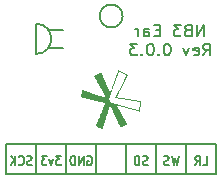
<source format=gbo>
G04 #@! TF.GenerationSoftware,KiCad,Pcbnew,8.0.2*
G04 #@! TF.CreationDate,2024-06-29T10:13:28+01:00*
G04 #@! TF.ProjectId,NB3_ear,4e42335f-6561-4722-9e6b-696361645f70,0.0.3*
G04 #@! TF.SameCoordinates,PX868b5c0PY6ee3738*
G04 #@! TF.FileFunction,Legend,Bot*
G04 #@! TF.FilePolarity,Positive*
%FSLAX46Y46*%
G04 Gerber Fmt 4.6, Leading zero omitted, Abs format (unit mm)*
G04 Created by KiCad (PCBNEW 8.0.2) date 2024-06-29 10:13:28*
%MOMM*%
%LPD*%
G01*
G04 APERTURE LIST*
%ADD10C,0.150000*%
%ADD11C,0.000000*%
G04 APERTURE END LIST*
D10*
X6190000Y5255000D02*
X6190000Y2715000D01*
X1110000Y5255000D02*
X18890000Y5255000D01*
X18890000Y2715000D01*
X1110000Y2715000D01*
X1110000Y5255000D01*
X13810000Y5255000D02*
X13810000Y2715000D01*
X3650000Y15415000D02*
G75*
G02*
X3650000Y12875000I0J-1270000D01*
G01*
X3650000Y12875000D02*
X3650000Y15415000D01*
X8730000Y5255000D02*
X8730000Y2715000D01*
X16350000Y5255000D02*
X16350000Y2715000D01*
X11270000Y5255000D02*
X11270000Y2715000D01*
X4666000Y14907000D02*
X5936000Y14907000D01*
X10966536Y16074000D02*
G75*
G02*
X9033464Y16074000I-966536J0D01*
G01*
X9033464Y16074000D02*
G75*
G02*
X10966536Y16074000I966536J0D01*
G01*
X4666000Y13383000D02*
X5936000Y13383000D01*
X3650000Y5255000D02*
X3650000Y2715000D01*
X3279999Y3485800D02*
X3179999Y3447705D01*
X3179999Y3447705D02*
X3013333Y3447705D01*
X3013333Y3447705D02*
X2946666Y3485800D01*
X2946666Y3485800D02*
X2913333Y3523896D01*
X2913333Y3523896D02*
X2879999Y3600086D01*
X2879999Y3600086D02*
X2879999Y3676277D01*
X2879999Y3676277D02*
X2913333Y3752467D01*
X2913333Y3752467D02*
X2946666Y3790562D01*
X2946666Y3790562D02*
X3013333Y3828658D01*
X3013333Y3828658D02*
X3146666Y3866753D01*
X3146666Y3866753D02*
X3213333Y3904848D01*
X3213333Y3904848D02*
X3246666Y3942943D01*
X3246666Y3942943D02*
X3279999Y4019134D01*
X3279999Y4019134D02*
X3279999Y4095324D01*
X3279999Y4095324D02*
X3246666Y4171515D01*
X3246666Y4171515D02*
X3213333Y4209610D01*
X3213333Y4209610D02*
X3146666Y4247705D01*
X3146666Y4247705D02*
X2979999Y4247705D01*
X2979999Y4247705D02*
X2879999Y4209610D01*
X2179999Y3523896D02*
X2213332Y3485800D01*
X2213332Y3485800D02*
X2313332Y3447705D01*
X2313332Y3447705D02*
X2379999Y3447705D01*
X2379999Y3447705D02*
X2479999Y3485800D01*
X2479999Y3485800D02*
X2546666Y3561991D01*
X2546666Y3561991D02*
X2579999Y3638181D01*
X2579999Y3638181D02*
X2613332Y3790562D01*
X2613332Y3790562D02*
X2613332Y3904848D01*
X2613332Y3904848D02*
X2579999Y4057229D01*
X2579999Y4057229D02*
X2546666Y4133420D01*
X2546666Y4133420D02*
X2479999Y4209610D01*
X2479999Y4209610D02*
X2379999Y4247705D01*
X2379999Y4247705D02*
X2313332Y4247705D01*
X2313332Y4247705D02*
X2213332Y4209610D01*
X2213332Y4209610D02*
X2179999Y4171515D01*
X1879999Y3447705D02*
X1879999Y4247705D01*
X1479999Y3447705D02*
X1779999Y3904848D01*
X1479999Y4247705D02*
X1879999Y3790562D01*
X5753333Y4247705D02*
X5319999Y4247705D01*
X5319999Y4247705D02*
X5553333Y3942943D01*
X5553333Y3942943D02*
X5453333Y3942943D01*
X5453333Y3942943D02*
X5386666Y3904848D01*
X5386666Y3904848D02*
X5353333Y3866753D01*
X5353333Y3866753D02*
X5319999Y3790562D01*
X5319999Y3790562D02*
X5319999Y3600086D01*
X5319999Y3600086D02*
X5353333Y3523896D01*
X5353333Y3523896D02*
X5386666Y3485800D01*
X5386666Y3485800D02*
X5453333Y3447705D01*
X5453333Y3447705D02*
X5653333Y3447705D01*
X5653333Y3447705D02*
X5719999Y3485800D01*
X5719999Y3485800D02*
X5753333Y3523896D01*
X5086666Y3981039D02*
X4919999Y3447705D01*
X4919999Y3447705D02*
X4753332Y3981039D01*
X4553333Y4247705D02*
X4119999Y4247705D01*
X4119999Y4247705D02*
X4353333Y3942943D01*
X4353333Y3942943D02*
X4253333Y3942943D01*
X4253333Y3942943D02*
X4186666Y3904848D01*
X4186666Y3904848D02*
X4153333Y3866753D01*
X4153333Y3866753D02*
X4119999Y3790562D01*
X4119999Y3790562D02*
X4119999Y3600086D01*
X4119999Y3600086D02*
X4153333Y3523896D01*
X4153333Y3523896D02*
X4186666Y3485800D01*
X4186666Y3485800D02*
X4253333Y3447705D01*
X4253333Y3447705D02*
X4453333Y3447705D01*
X4453333Y3447705D02*
X4519999Y3485800D01*
X4519999Y3485800D02*
X4553333Y3523896D01*
X17753333Y3447705D02*
X18086666Y3447705D01*
X18086666Y3447705D02*
X18086666Y4247705D01*
X17119999Y3447705D02*
X17353332Y3828658D01*
X17519999Y3447705D02*
X17519999Y4247705D01*
X17519999Y4247705D02*
X17253332Y4247705D01*
X17253332Y4247705D02*
X17186666Y4209610D01*
X17186666Y4209610D02*
X17153332Y4171515D01*
X17153332Y4171515D02*
X17119999Y4095324D01*
X17119999Y4095324D02*
X17119999Y3981039D01*
X17119999Y3981039D02*
X17153332Y3904848D01*
X17153332Y3904848D02*
X17186666Y3866753D01*
X17186666Y3866753D02*
X17253332Y3828658D01*
X17253332Y3828658D02*
X17519999Y3828658D01*
X13089999Y3485800D02*
X12989999Y3447705D01*
X12989999Y3447705D02*
X12823333Y3447705D01*
X12823333Y3447705D02*
X12756666Y3485800D01*
X12756666Y3485800D02*
X12723333Y3523896D01*
X12723333Y3523896D02*
X12689999Y3600086D01*
X12689999Y3600086D02*
X12689999Y3676277D01*
X12689999Y3676277D02*
X12723333Y3752467D01*
X12723333Y3752467D02*
X12756666Y3790562D01*
X12756666Y3790562D02*
X12823333Y3828658D01*
X12823333Y3828658D02*
X12956666Y3866753D01*
X12956666Y3866753D02*
X13023333Y3904848D01*
X13023333Y3904848D02*
X13056666Y3942943D01*
X13056666Y3942943D02*
X13089999Y4019134D01*
X13089999Y4019134D02*
X13089999Y4095324D01*
X13089999Y4095324D02*
X13056666Y4171515D01*
X13056666Y4171515D02*
X13023333Y4209610D01*
X13023333Y4209610D02*
X12956666Y4247705D01*
X12956666Y4247705D02*
X12789999Y4247705D01*
X12789999Y4247705D02*
X12689999Y4209610D01*
X12389999Y3447705D02*
X12389999Y4247705D01*
X12389999Y4247705D02*
X12223332Y4247705D01*
X12223332Y4247705D02*
X12123332Y4209610D01*
X12123332Y4209610D02*
X12056666Y4133420D01*
X12056666Y4133420D02*
X12023332Y4057229D01*
X12023332Y4057229D02*
X11989999Y3904848D01*
X11989999Y3904848D02*
X11989999Y3790562D01*
X11989999Y3790562D02*
X12023332Y3638181D01*
X12023332Y3638181D02*
X12056666Y3561991D01*
X12056666Y3561991D02*
X12123332Y3485800D01*
X12123332Y3485800D02*
X12223332Y3447705D01*
X12223332Y3447705D02*
X12389999Y3447705D01*
X17857142Y14350153D02*
X17857142Y15350153D01*
X17857142Y15350153D02*
X17285714Y14350153D01*
X17285714Y14350153D02*
X17285714Y15350153D01*
X16476190Y14873963D02*
X16333333Y14826344D01*
X16333333Y14826344D02*
X16285714Y14778725D01*
X16285714Y14778725D02*
X16238095Y14683487D01*
X16238095Y14683487D02*
X16238095Y14540630D01*
X16238095Y14540630D02*
X16285714Y14445392D01*
X16285714Y14445392D02*
X16333333Y14397772D01*
X16333333Y14397772D02*
X16428571Y14350153D01*
X16428571Y14350153D02*
X16809523Y14350153D01*
X16809523Y14350153D02*
X16809523Y15350153D01*
X16809523Y15350153D02*
X16476190Y15350153D01*
X16476190Y15350153D02*
X16380952Y15302534D01*
X16380952Y15302534D02*
X16333333Y15254915D01*
X16333333Y15254915D02*
X16285714Y15159677D01*
X16285714Y15159677D02*
X16285714Y15064439D01*
X16285714Y15064439D02*
X16333333Y14969201D01*
X16333333Y14969201D02*
X16380952Y14921582D01*
X16380952Y14921582D02*
X16476190Y14873963D01*
X16476190Y14873963D02*
X16809523Y14873963D01*
X15904761Y15350153D02*
X15285714Y15350153D01*
X15285714Y15350153D02*
X15619047Y14969201D01*
X15619047Y14969201D02*
X15476190Y14969201D01*
X15476190Y14969201D02*
X15380952Y14921582D01*
X15380952Y14921582D02*
X15333333Y14873963D01*
X15333333Y14873963D02*
X15285714Y14778725D01*
X15285714Y14778725D02*
X15285714Y14540630D01*
X15285714Y14540630D02*
X15333333Y14445392D01*
X15333333Y14445392D02*
X15380952Y14397772D01*
X15380952Y14397772D02*
X15476190Y14350153D01*
X15476190Y14350153D02*
X15761904Y14350153D01*
X15761904Y14350153D02*
X15857142Y14397772D01*
X15857142Y14397772D02*
X15904761Y14445392D01*
X14095237Y14873963D02*
X13761904Y14873963D01*
X13619047Y14350153D02*
X14095237Y14350153D01*
X14095237Y14350153D02*
X14095237Y15350153D01*
X14095237Y15350153D02*
X13619047Y15350153D01*
X12761904Y14350153D02*
X12761904Y14873963D01*
X12761904Y14873963D02*
X12809523Y14969201D01*
X12809523Y14969201D02*
X12904761Y15016820D01*
X12904761Y15016820D02*
X13095237Y15016820D01*
X13095237Y15016820D02*
X13190475Y14969201D01*
X12761904Y14397772D02*
X12857142Y14350153D01*
X12857142Y14350153D02*
X13095237Y14350153D01*
X13095237Y14350153D02*
X13190475Y14397772D01*
X13190475Y14397772D02*
X13238094Y14493011D01*
X13238094Y14493011D02*
X13238094Y14588249D01*
X13238094Y14588249D02*
X13190475Y14683487D01*
X13190475Y14683487D02*
X13095237Y14731106D01*
X13095237Y14731106D02*
X12857142Y14731106D01*
X12857142Y14731106D02*
X12761904Y14778725D01*
X12285713Y14350153D02*
X12285713Y15016820D01*
X12285713Y14826344D02*
X12238094Y14921582D01*
X12238094Y14921582D02*
X12190475Y14969201D01*
X12190475Y14969201D02*
X12095237Y15016820D01*
X12095237Y15016820D02*
X11999999Y15016820D01*
X17785714Y12740209D02*
X18119047Y13216400D01*
X18357142Y12740209D02*
X18357142Y13740209D01*
X18357142Y13740209D02*
X17976190Y13740209D01*
X17976190Y13740209D02*
X17880952Y13692590D01*
X17880952Y13692590D02*
X17833333Y13644971D01*
X17833333Y13644971D02*
X17785714Y13549733D01*
X17785714Y13549733D02*
X17785714Y13406876D01*
X17785714Y13406876D02*
X17833333Y13311638D01*
X17833333Y13311638D02*
X17880952Y13264019D01*
X17880952Y13264019D02*
X17976190Y13216400D01*
X17976190Y13216400D02*
X18357142Y13216400D01*
X16976190Y12787828D02*
X17071428Y12740209D01*
X17071428Y12740209D02*
X17261904Y12740209D01*
X17261904Y12740209D02*
X17357142Y12787828D01*
X17357142Y12787828D02*
X17404761Y12883067D01*
X17404761Y12883067D02*
X17404761Y13264019D01*
X17404761Y13264019D02*
X17357142Y13359257D01*
X17357142Y13359257D02*
X17261904Y13406876D01*
X17261904Y13406876D02*
X17071428Y13406876D01*
X17071428Y13406876D02*
X16976190Y13359257D01*
X16976190Y13359257D02*
X16928571Y13264019D01*
X16928571Y13264019D02*
X16928571Y13168781D01*
X16928571Y13168781D02*
X17404761Y13073543D01*
X16595237Y13406876D02*
X16357142Y12740209D01*
X16357142Y12740209D02*
X16119047Y13406876D01*
X14785713Y13740209D02*
X14690475Y13740209D01*
X14690475Y13740209D02*
X14595237Y13692590D01*
X14595237Y13692590D02*
X14547618Y13644971D01*
X14547618Y13644971D02*
X14499999Y13549733D01*
X14499999Y13549733D02*
X14452380Y13359257D01*
X14452380Y13359257D02*
X14452380Y13121162D01*
X14452380Y13121162D02*
X14499999Y12930686D01*
X14499999Y12930686D02*
X14547618Y12835448D01*
X14547618Y12835448D02*
X14595237Y12787828D01*
X14595237Y12787828D02*
X14690475Y12740209D01*
X14690475Y12740209D02*
X14785713Y12740209D01*
X14785713Y12740209D02*
X14880951Y12787828D01*
X14880951Y12787828D02*
X14928570Y12835448D01*
X14928570Y12835448D02*
X14976189Y12930686D01*
X14976189Y12930686D02*
X15023808Y13121162D01*
X15023808Y13121162D02*
X15023808Y13359257D01*
X15023808Y13359257D02*
X14976189Y13549733D01*
X14976189Y13549733D02*
X14928570Y13644971D01*
X14928570Y13644971D02*
X14880951Y13692590D01*
X14880951Y13692590D02*
X14785713Y13740209D01*
X14023808Y12835448D02*
X13976189Y12787828D01*
X13976189Y12787828D02*
X14023808Y12740209D01*
X14023808Y12740209D02*
X14071427Y12787828D01*
X14071427Y12787828D02*
X14023808Y12835448D01*
X14023808Y12835448D02*
X14023808Y12740209D01*
X13357142Y13740209D02*
X13261904Y13740209D01*
X13261904Y13740209D02*
X13166666Y13692590D01*
X13166666Y13692590D02*
X13119047Y13644971D01*
X13119047Y13644971D02*
X13071428Y13549733D01*
X13071428Y13549733D02*
X13023809Y13359257D01*
X13023809Y13359257D02*
X13023809Y13121162D01*
X13023809Y13121162D02*
X13071428Y12930686D01*
X13071428Y12930686D02*
X13119047Y12835448D01*
X13119047Y12835448D02*
X13166666Y12787828D01*
X13166666Y12787828D02*
X13261904Y12740209D01*
X13261904Y12740209D02*
X13357142Y12740209D01*
X13357142Y12740209D02*
X13452380Y12787828D01*
X13452380Y12787828D02*
X13499999Y12835448D01*
X13499999Y12835448D02*
X13547618Y12930686D01*
X13547618Y12930686D02*
X13595237Y13121162D01*
X13595237Y13121162D02*
X13595237Y13359257D01*
X13595237Y13359257D02*
X13547618Y13549733D01*
X13547618Y13549733D02*
X13499999Y13644971D01*
X13499999Y13644971D02*
X13452380Y13692590D01*
X13452380Y13692590D02*
X13357142Y13740209D01*
X12595237Y12835448D02*
X12547618Y12787828D01*
X12547618Y12787828D02*
X12595237Y12740209D01*
X12595237Y12740209D02*
X12642856Y12787828D01*
X12642856Y12787828D02*
X12595237Y12835448D01*
X12595237Y12835448D02*
X12595237Y12740209D01*
X12214285Y13740209D02*
X11595238Y13740209D01*
X11595238Y13740209D02*
X11928571Y13359257D01*
X11928571Y13359257D02*
X11785714Y13359257D01*
X11785714Y13359257D02*
X11690476Y13311638D01*
X11690476Y13311638D02*
X11642857Y13264019D01*
X11642857Y13264019D02*
X11595238Y13168781D01*
X11595238Y13168781D02*
X11595238Y12930686D01*
X11595238Y12930686D02*
X11642857Y12835448D01*
X11642857Y12835448D02*
X11690476Y12787828D01*
X11690476Y12787828D02*
X11785714Y12740209D01*
X11785714Y12740209D02*
X12071428Y12740209D01*
X12071428Y12740209D02*
X12166666Y12787828D01*
X12166666Y12787828D02*
X12214285Y12835448D01*
X15713333Y4247705D02*
X15546666Y3447705D01*
X15546666Y3447705D02*
X15413333Y4019134D01*
X15413333Y4019134D02*
X15279999Y3447705D01*
X15279999Y3447705D02*
X15113333Y4247705D01*
X14879999Y3485800D02*
X14779999Y3447705D01*
X14779999Y3447705D02*
X14613333Y3447705D01*
X14613333Y3447705D02*
X14546666Y3485800D01*
X14546666Y3485800D02*
X14513333Y3523896D01*
X14513333Y3523896D02*
X14479999Y3600086D01*
X14479999Y3600086D02*
X14479999Y3676277D01*
X14479999Y3676277D02*
X14513333Y3752467D01*
X14513333Y3752467D02*
X14546666Y3790562D01*
X14546666Y3790562D02*
X14613333Y3828658D01*
X14613333Y3828658D02*
X14746666Y3866753D01*
X14746666Y3866753D02*
X14813333Y3904848D01*
X14813333Y3904848D02*
X14846666Y3942943D01*
X14846666Y3942943D02*
X14879999Y4019134D01*
X14879999Y4019134D02*
X14879999Y4095324D01*
X14879999Y4095324D02*
X14846666Y4171515D01*
X14846666Y4171515D02*
X14813333Y4209610D01*
X14813333Y4209610D02*
X14746666Y4247705D01*
X14746666Y4247705D02*
X14579999Y4247705D01*
X14579999Y4247705D02*
X14479999Y4209610D01*
X7993332Y4209610D02*
X8059999Y4247705D01*
X8059999Y4247705D02*
X8159999Y4247705D01*
X8159999Y4247705D02*
X8259999Y4209610D01*
X8259999Y4209610D02*
X8326666Y4133420D01*
X8326666Y4133420D02*
X8359999Y4057229D01*
X8359999Y4057229D02*
X8393332Y3904848D01*
X8393332Y3904848D02*
X8393332Y3790562D01*
X8393332Y3790562D02*
X8359999Y3638181D01*
X8359999Y3638181D02*
X8326666Y3561991D01*
X8326666Y3561991D02*
X8259999Y3485800D01*
X8259999Y3485800D02*
X8159999Y3447705D01*
X8159999Y3447705D02*
X8093332Y3447705D01*
X8093332Y3447705D02*
X7993332Y3485800D01*
X7993332Y3485800D02*
X7959999Y3523896D01*
X7959999Y3523896D02*
X7959999Y3790562D01*
X7959999Y3790562D02*
X8093332Y3790562D01*
X7659999Y3447705D02*
X7659999Y4247705D01*
X7659999Y4247705D02*
X7259999Y3447705D01*
X7259999Y3447705D02*
X7259999Y4247705D01*
X6926666Y3447705D02*
X6926666Y4247705D01*
X6926666Y4247705D02*
X6759999Y4247705D01*
X6759999Y4247705D02*
X6659999Y4209610D01*
X6659999Y4209610D02*
X6593333Y4133420D01*
X6593333Y4133420D02*
X6559999Y4057229D01*
X6559999Y4057229D02*
X6526666Y3904848D01*
X6526666Y3904848D02*
X6526666Y3790562D01*
X6526666Y3790562D02*
X6559999Y3638181D01*
X6559999Y3638181D02*
X6593333Y3561991D01*
X6593333Y3561991D02*
X6659999Y3485800D01*
X6659999Y3485800D02*
X6759999Y3447705D01*
X6759999Y3447705D02*
X6926666Y3447705D01*
D11*
G36*
X12542656Y8772063D02*
G01*
X12536209Y8733720D01*
X12528943Y8690704D01*
X12520989Y8643786D01*
X12512479Y8593735D01*
X12503546Y8541319D01*
X12494321Y8487309D01*
X12484935Y8432473D01*
X12475521Y8377581D01*
X12466211Y8323402D01*
X12457136Y8270705D01*
X12448428Y8220260D01*
X12440219Y8172836D01*
X12432640Y8129203D01*
X12425825Y8090129D01*
X12419903Y8056384D01*
X12415008Y8028738D01*
X12411271Y8007959D01*
X12408824Y7994816D01*
X12407798Y7990080D01*
X12407719Y7990089D01*
X12402139Y7991564D01*
X12388051Y7995460D01*
X12365864Y8001661D01*
X12335985Y8010052D01*
X12298821Y8020517D01*
X12254781Y8032941D01*
X12204271Y8047210D01*
X12147700Y8063206D01*
X12085476Y8080816D01*
X12018006Y8099923D01*
X11945697Y8120412D01*
X11868958Y8142169D01*
X11788196Y8165077D01*
X11703818Y8189021D01*
X11616234Y8213885D01*
X11525849Y8239556D01*
X11433072Y8265916D01*
X11421467Y8269214D01*
X11328966Y8295495D01*
X11238910Y8321072D01*
X11151705Y8345830D01*
X11067760Y8369653D01*
X10987481Y8392426D01*
X10911277Y8414034D01*
X10839555Y8434360D01*
X10772722Y8453291D01*
X10711186Y8470710D01*
X10655356Y8486502D01*
X10605637Y8500552D01*
X10562439Y8512744D01*
X10526168Y8522963D01*
X10497232Y8531093D01*
X10476039Y8537020D01*
X10462997Y8540627D01*
X10458512Y8541800D01*
X10458913Y8541017D01*
X10463095Y8533603D01*
X10471640Y8518675D01*
X10484327Y8496615D01*
X10500936Y8467805D01*
X10521245Y8432628D01*
X10545033Y8391464D01*
X10572079Y8344697D01*
X10602162Y8292708D01*
X10635061Y8235879D01*
X10670554Y8174593D01*
X10708421Y8109231D01*
X10748440Y8040175D01*
X10790391Y7967809D01*
X10834052Y7892513D01*
X10879202Y7814669D01*
X10925620Y7734661D01*
X10945636Y7700163D01*
X10991554Y7621004D01*
X11036117Y7544161D01*
X11079101Y7470015D01*
X11120286Y7398950D01*
X11159450Y7331350D01*
X11196371Y7267596D01*
X11230827Y7208074D01*
X11262598Y7153164D01*
X11291462Y7103251D01*
X11317196Y7058717D01*
X11339579Y7019946D01*
X11358390Y6987320D01*
X11373407Y6961223D01*
X11384409Y6942038D01*
X11391174Y6930147D01*
X11393479Y6925935D01*
X11392622Y6925315D01*
X11385064Y6921087D01*
X11370367Y6913254D01*
X11349343Y6902229D01*
X11322799Y6888426D01*
X11291546Y6872258D01*
X11256391Y6854137D01*
X11218146Y6834478D01*
X11177618Y6813693D01*
X11135617Y6792196D01*
X11092953Y6770400D01*
X11050434Y6748718D01*
X11008870Y6727563D01*
X10969071Y6707348D01*
X10931844Y6688488D01*
X10898001Y6671394D01*
X10868349Y6656481D01*
X10843698Y6644161D01*
X10824858Y6634848D01*
X10812637Y6628955D01*
X10807845Y6626894D01*
X10807839Y6626897D01*
X10805611Y6631232D01*
X10799667Y6643551D01*
X10790219Y6663397D01*
X10777483Y6690312D01*
X10761669Y6723840D01*
X10742993Y6763524D01*
X10721667Y6808908D01*
X10697905Y6859536D01*
X10671919Y6914949D01*
X10643923Y6974692D01*
X10614130Y7038309D01*
X10582753Y7105342D01*
X10550006Y7175334D01*
X10516102Y7247830D01*
X10481254Y7322372D01*
X10445675Y7398503D01*
X10409579Y7475768D01*
X10373179Y7553709D01*
X10336687Y7631870D01*
X10300318Y7709794D01*
X10264285Y7787025D01*
X10228800Y7863105D01*
X10194077Y7937578D01*
X10160330Y8009988D01*
X10127771Y8079878D01*
X10096613Y8146790D01*
X10067071Y8210270D01*
X10039356Y8269859D01*
X10013684Y8325101D01*
X9990265Y8375539D01*
X9969315Y8420717D01*
X9951046Y8460179D01*
X9935671Y8493467D01*
X9923404Y8520124D01*
X9914458Y8539695D01*
X9909046Y8551723D01*
X9908247Y8551876D01*
X9906646Y8549518D01*
X9904192Y8544209D01*
X9900783Y8535636D01*
X9896321Y8523485D01*
X9890703Y8507444D01*
X9883830Y8487200D01*
X9875602Y8462438D01*
X9865916Y8432845D01*
X9854674Y8398110D01*
X9841775Y8357917D01*
X9827117Y8311955D01*
X9810602Y8259909D01*
X9792127Y8201467D01*
X9771593Y8136316D01*
X9748899Y8064141D01*
X9723945Y7984631D01*
X9696630Y7897471D01*
X9666854Y7802348D01*
X9634515Y7698950D01*
X9599515Y7586963D01*
X9596768Y7578173D01*
X9567649Y7484980D01*
X9539137Y7393738D01*
X9511369Y7304880D01*
X9484480Y7218841D01*
X9458605Y7136054D01*
X9433882Y7056955D01*
X9410444Y6981977D01*
X9388429Y6911554D01*
X9367972Y6846120D01*
X9349208Y6786111D01*
X9332274Y6731959D01*
X9317304Y6684099D01*
X9304436Y6642966D01*
X9293804Y6608992D01*
X9285544Y6582614D01*
X9279792Y6564264D01*
X9276684Y6554377D01*
X9275546Y6550786D01*
X9268745Y6529878D01*
X9262927Y6512881D01*
X9258679Y6501462D01*
X9256587Y6497285D01*
X9256499Y6497303D01*
X9251143Y6499607D01*
X9238295Y6505501D01*
X9218793Y6514586D01*
X9193473Y6526463D01*
X9163172Y6540736D01*
X9128727Y6557005D01*
X9090975Y6574873D01*
X9050752Y6593941D01*
X9008896Y6613812D01*
X8966244Y6634087D01*
X8923633Y6654369D01*
X8881899Y6674259D01*
X8841879Y6693360D01*
X8804410Y6711272D01*
X8770330Y6727599D01*
X8740474Y6741942D01*
X8715681Y6753903D01*
X8696786Y6763084D01*
X8684628Y6769086D01*
X8680042Y6771513D01*
X8680304Y6772628D01*
X8683476Y6781113D01*
X8690066Y6797607D01*
X8699913Y6821726D01*
X8712856Y6853087D01*
X8728734Y6891306D01*
X8747386Y6936001D01*
X8768651Y6986789D01*
X8792367Y7043286D01*
X8818373Y7105110D01*
X8846510Y7171876D01*
X8876614Y7243203D01*
X8908526Y7318706D01*
X8942083Y7398003D01*
X8977126Y7480711D01*
X9013493Y7566446D01*
X9051023Y7654825D01*
X9089554Y7745466D01*
X9108070Y7789008D01*
X9146148Y7878608D01*
X9183153Y7965759D01*
X9218925Y8050078D01*
X9253302Y8131181D01*
X9286122Y8208687D01*
X9317224Y8282213D01*
X9346447Y8351374D01*
X9373629Y8415790D01*
X9398609Y8475076D01*
X9421226Y8528850D01*
X9441317Y8576729D01*
X9458723Y8618331D01*
X9473281Y8653272D01*
X9484830Y8681169D01*
X9493209Y8701640D01*
X9498256Y8714302D01*
X9499810Y8718772D01*
X9498732Y8719106D01*
X9489948Y8721306D01*
X9472671Y8725447D01*
X9447307Y8731435D01*
X9414262Y8739178D01*
X9373943Y8748580D01*
X9326754Y8759549D01*
X9273103Y8771990D01*
X9213395Y8785809D01*
X9148036Y8800913D01*
X9077432Y8817208D01*
X9001988Y8834600D01*
X8922112Y8852995D01*
X8838209Y8872299D01*
X8750685Y8892419D01*
X8659945Y8913260D01*
X8566397Y8934729D01*
X8470445Y8956731D01*
X8426069Y8966905D01*
X8331147Y8988686D01*
X8238805Y9009897D01*
X8149451Y9030444D01*
X8063490Y9050234D01*
X7981329Y9069172D01*
X7903375Y9087164D01*
X7897114Y9088611D01*
X9817982Y9088611D01*
X9898055Y8932086D01*
X9899660Y8928949D01*
X9917868Y8893535D01*
X9934958Y8860585D01*
X9950414Y8831074D01*
X9963720Y8805977D01*
X9974358Y8786269D01*
X9981813Y8772923D01*
X9985568Y8766916D01*
X9986176Y8766494D01*
X9991978Y8764123D01*
X10003865Y8760073D01*
X10022009Y8754295D01*
X10046580Y8746741D01*
X10077746Y8737360D01*
X10115678Y8726104D01*
X10160546Y8712924D01*
X10212520Y8697770D01*
X10271770Y8680592D01*
X10338466Y8661343D01*
X10412778Y8639973D01*
X10494875Y8616432D01*
X10584928Y8590671D01*
X10683107Y8562641D01*
X10789581Y8532294D01*
X10904521Y8499579D01*
X11028096Y8464447D01*
X11160477Y8426850D01*
X11235569Y8405533D01*
X11335689Y8377110D01*
X11433221Y8349421D01*
X11527789Y8322573D01*
X11619019Y8296671D01*
X11706535Y8271824D01*
X11789962Y8248136D01*
X11868925Y8225716D01*
X11943048Y8204669D01*
X12011956Y8185101D01*
X12075275Y8167120D01*
X12132628Y8150832D01*
X12183641Y8136344D01*
X12227939Y8123761D01*
X12265145Y8113191D01*
X12294886Y8104741D01*
X12316786Y8098516D01*
X12330469Y8094623D01*
X12335560Y8093169D01*
X12341095Y8093548D01*
X12345687Y8101537D01*
X12346710Y8106200D01*
X12349712Y8121467D01*
X12353872Y8143957D01*
X12359046Y8172808D01*
X12365090Y8207154D01*
X12371859Y8246133D01*
X12379209Y8288881D01*
X12386996Y8334534D01*
X12395075Y8382228D01*
X12403303Y8431101D01*
X12411534Y8480288D01*
X12419625Y8528925D01*
X12427431Y8576150D01*
X12434808Y8621098D01*
X12441611Y8662905D01*
X12447697Y8700709D01*
X12452921Y8733646D01*
X12457138Y8760851D01*
X12460205Y8781462D01*
X12461977Y8794615D01*
X12462309Y8799445D01*
X12462054Y8799578D01*
X12455374Y8801170D01*
X12440527Y8804006D01*
X12418407Y8807935D01*
X12389911Y8812807D01*
X12355934Y8818469D01*
X12317372Y8824770D01*
X12275120Y8831560D01*
X12230074Y8838686D01*
X12140994Y8852677D01*
X12038557Y8868783D01*
X11935460Y8885010D01*
X11832117Y8901292D01*
X11728936Y8917564D01*
X11626331Y8933761D01*
X11524711Y8949817D01*
X11424488Y8965666D01*
X11326072Y8981244D01*
X11229876Y8996486D01*
X11136310Y9011325D01*
X11045785Y9025696D01*
X10958713Y9039534D01*
X10875504Y9052774D01*
X10796569Y9065349D01*
X10722321Y9077196D01*
X10653169Y9088248D01*
X10589525Y9098440D01*
X10531800Y9107707D01*
X10480405Y9115983D01*
X10435751Y9123203D01*
X10398250Y9129301D01*
X10368312Y9134213D01*
X10346349Y9137872D01*
X10332771Y9140214D01*
X10327990Y9141172D01*
X10328752Y9143133D01*
X10333296Y9152762D01*
X10341759Y9170088D01*
X10353957Y9194745D01*
X10369704Y9226366D01*
X10388817Y9264582D01*
X10411108Y9309029D01*
X10436395Y9359337D01*
X10464492Y9415141D01*
X10495213Y9476074D01*
X10528374Y9541767D01*
X10563790Y9611856D01*
X10601276Y9685971D01*
X10640647Y9763747D01*
X10681718Y9844816D01*
X10724304Y9928812D01*
X10768220Y10015366D01*
X10813281Y10104114D01*
X10843047Y10162729D01*
X10887396Y10250121D01*
X10930484Y10335096D01*
X10972127Y10417287D01*
X11012139Y10496326D01*
X11050334Y10571844D01*
X11086527Y10643473D01*
X11120532Y10710844D01*
X11152165Y10773591D01*
X11181239Y10831344D01*
X11207569Y10883735D01*
X11230970Y10930396D01*
X11251256Y10970959D01*
X11268241Y11005056D01*
X11281742Y11032318D01*
X11291571Y11052378D01*
X11297543Y11064866D01*
X11299473Y11069416D01*
X11298713Y11070034D01*
X11291290Y11074250D01*
X11276604Y11081975D01*
X11255434Y11092825D01*
X11228562Y11106418D01*
X11196766Y11122370D01*
X11160828Y11140298D01*
X11121529Y11159819D01*
X11079647Y11180550D01*
X11035965Y11202107D01*
X10991261Y11224107D01*
X10946317Y11246167D01*
X10901913Y11267904D01*
X10858829Y11288934D01*
X10817846Y11308874D01*
X10779744Y11327342D01*
X10745303Y11343953D01*
X10715303Y11358324D01*
X10690526Y11370073D01*
X10671751Y11378816D01*
X10659758Y11384170D01*
X10655329Y11385751D01*
X10654189Y11382812D01*
X10650001Y11371541D01*
X10642864Y11352166D01*
X10632911Y11325051D01*
X10620275Y11290557D01*
X10605089Y11249048D01*
X10587483Y11200888D01*
X10567592Y11146438D01*
X10545548Y11086062D01*
X10521483Y11020124D01*
X10495529Y10948985D01*
X10467820Y10873010D01*
X10438487Y10792561D01*
X10407663Y10708001D01*
X10375480Y10619692D01*
X10342071Y10528000D01*
X10307569Y10433285D01*
X10272106Y10335911D01*
X10235815Y10236241D01*
X9817982Y9088611D01*
X7897114Y9088611D01*
X7830035Y9104115D01*
X7761715Y9119932D01*
X7698822Y9134519D01*
X7641763Y9147784D01*
X7590944Y9159630D01*
X7546771Y9169965D01*
X7509652Y9178694D01*
X7479993Y9185722D01*
X7458201Y9190955D01*
X7444682Y9194300D01*
X7439843Y9195661D01*
X7439807Y9195723D01*
X7440215Y9201294D01*
X7442179Y9215045D01*
X7445533Y9236067D01*
X7450110Y9263447D01*
X7455746Y9296275D01*
X7462273Y9333639D01*
X7469525Y9374629D01*
X7477336Y9418332D01*
X7485541Y9463838D01*
X7493972Y9510236D01*
X7502464Y9556615D01*
X7510851Y9602063D01*
X7518966Y9645669D01*
X7526643Y9686522D01*
X7533717Y9723712D01*
X7540020Y9756326D01*
X7545387Y9783454D01*
X7549652Y9804185D01*
X7552649Y9817607D01*
X7554210Y9822810D01*
X7556479Y9822267D01*
X7566967Y9819050D01*
X7585627Y9813076D01*
X7612072Y9804472D01*
X7645911Y9793371D01*
X7686754Y9779900D01*
X7734213Y9764190D01*
X7787898Y9746370D01*
X7847419Y9726571D01*
X7912386Y9704921D01*
X7982412Y9681551D01*
X8057105Y9656590D01*
X8136077Y9630168D01*
X8218937Y9602415D01*
X8305298Y9573460D01*
X8394768Y9543433D01*
X8486959Y9512464D01*
X8581482Y9480683D01*
X8647504Y9458475D01*
X8740409Y9427232D01*
X8830695Y9396877D01*
X8917973Y9367540D01*
X9001856Y9339352D01*
X9081955Y9312443D01*
X9157880Y9286943D01*
X9229245Y9262983D01*
X9295660Y9240693D01*
X9356737Y9220203D01*
X9412088Y9201644D01*
X9461323Y9185146D01*
X9504055Y9170839D01*
X9539896Y9158854D01*
X9568456Y9149320D01*
X9589347Y9142370D01*
X9602181Y9138132D01*
X9606569Y9136737D01*
X9605816Y9138161D01*
X9601038Y9146836D01*
X9592028Y9163074D01*
X9578987Y9186516D01*
X9562117Y9216801D01*
X9541617Y9253570D01*
X9517690Y9296461D01*
X9490536Y9345115D01*
X9460357Y9399172D01*
X9427353Y9458272D01*
X9391726Y9522054D01*
X9353677Y9590158D01*
X9313406Y9662225D01*
X9271116Y9737894D01*
X9227007Y9816805D01*
X9181280Y9898597D01*
X9134136Y9982912D01*
X9085777Y10069388D01*
X9057393Y10120154D01*
X9009744Y10205443D01*
X8963453Y10288382D01*
X8918720Y10368609D01*
X8875746Y10445762D01*
X8834730Y10519481D01*
X8795873Y10589405D01*
X8759373Y10655172D01*
X8725432Y10716420D01*
X8694249Y10772789D01*
X8666024Y10823918D01*
X8640957Y10869444D01*
X8619248Y10909008D01*
X8601096Y10942246D01*
X8586703Y10968799D01*
X8576268Y10988305D01*
X8569990Y11000403D01*
X8568070Y11004731D01*
X8568668Y11005135D01*
X8575740Y11009042D01*
X8590028Y11016602D01*
X8610717Y11027398D01*
X8636991Y11041013D01*
X8668033Y11057031D01*
X8703029Y11075035D01*
X8741161Y11094609D01*
X8781613Y11115335D01*
X8823570Y11136797D01*
X8866215Y11158579D01*
X8908732Y11180264D01*
X8950305Y11201435D01*
X8990118Y11221676D01*
X9027354Y11240569D01*
X9061199Y11257699D01*
X9090835Y11272649D01*
X9115447Y11285002D01*
X9134218Y11294341D01*
X9146332Y11300250D01*
X9150974Y11302312D01*
X9151421Y11301612D01*
X9155115Y11294076D01*
X9162353Y11278597D01*
X9172954Y11255577D01*
X9186734Y11225420D01*
X9203512Y11188530D01*
X9223105Y11145311D01*
X9245333Y11096165D01*
X9270012Y11041497D01*
X9296960Y10981709D01*
X9325996Y10917206D01*
X9356938Y10848390D01*
X9389603Y10775665D01*
X9423809Y10699436D01*
X9459375Y10620104D01*
X9496118Y10538074D01*
X9533856Y10453749D01*
X9549213Y10419421D01*
X9586574Y10335945D01*
X9622862Y10254911D01*
X9657895Y10176723D01*
X9691490Y10101787D01*
X9723467Y10030507D01*
X9753644Y9963287D01*
X9781837Y9900532D01*
X9807866Y9842646D01*
X9831548Y9790035D01*
X9852701Y9743101D01*
X9871144Y9702251D01*
X9886694Y9667889D01*
X9899170Y9640418D01*
X9908389Y9620245D01*
X9914170Y9607772D01*
X9916331Y9603405D01*
X9916356Y9603413D01*
X9918407Y9608123D01*
X9923484Y9621169D01*
X9931439Y9642153D01*
X9942127Y9670677D01*
X9955401Y9706342D01*
X9971115Y9748750D01*
X9989121Y9797503D01*
X10009275Y9852202D01*
X10031428Y9912449D01*
X10055435Y9977845D01*
X10081149Y10047993D01*
X10108424Y10122494D01*
X10137112Y10200948D01*
X10167069Y10282959D01*
X10198147Y10368128D01*
X10230199Y10456056D01*
X10263079Y10546345D01*
X10264960Y10551511D01*
X10297818Y10641756D01*
X10329842Y10729662D01*
X10360886Y10814827D01*
X10390802Y10896851D01*
X10419444Y10975332D01*
X10446664Y11049868D01*
X10472315Y11120059D01*
X10496251Y11185503D01*
X10518325Y11245799D01*
X10538390Y11300545D01*
X10556299Y11349340D01*
X10571905Y11391783D01*
X10585060Y11427472D01*
X10595619Y11456006D01*
X10603434Y11476985D01*
X10608358Y11490005D01*
X10610245Y11494667D01*
X10610743Y11494646D01*
X10617650Y11492009D01*
X10632168Y11485616D01*
X10653717Y11475745D01*
X10681714Y11462672D01*
X10715576Y11446674D01*
X10754723Y11428028D01*
X10798572Y11407011D01*
X10846541Y11383900D01*
X10898048Y11358971D01*
X10952511Y11332502D01*
X11009349Y11304770D01*
X11025725Y11296765D01*
X11082004Y11269261D01*
X11135757Y11243006D01*
X11186400Y11218282D01*
X11233347Y11195375D01*
X11276014Y11174571D01*
X11313816Y11156153D01*
X11346168Y11140407D01*
X11372487Y11127617D01*
X11392187Y11118070D01*
X11404683Y11112048D01*
X11409391Y11109838D01*
X11408900Y11108336D01*
X11404814Y11099398D01*
X11396793Y11082738D01*
X11385021Y11058724D01*
X11369684Y11027723D01*
X11350967Y10990105D01*
X11329054Y10946236D01*
X11304132Y10896486D01*
X11276385Y10841221D01*
X11245997Y10780810D01*
X11213154Y10715621D01*
X11178041Y10646022D01*
X11140844Y10572381D01*
X11101746Y10495065D01*
X11060933Y10414444D01*
X11018590Y10330885D01*
X10974902Y10244756D01*
X10930054Y10156424D01*
X10903662Y10104460D01*
X10859441Y10017359D01*
X10816467Y9932675D01*
X10774927Y9850775D01*
X10735007Y9772029D01*
X10696893Y9696804D01*
X10660771Y9625468D01*
X10626827Y9558390D01*
X10595247Y9495938D01*
X10566217Y9438480D01*
X10539924Y9386385D01*
X10516553Y9340021D01*
X10496291Y9299755D01*
X10479323Y9265957D01*
X10465837Y9238995D01*
X10456017Y9219236D01*
X10450050Y9207049D01*
X10448122Y9202802D01*
X10449702Y9202479D01*
X10459471Y9200809D01*
X10477805Y9197790D01*
X10504297Y9193486D01*
X10538538Y9187962D01*
X10580119Y9181284D01*
X10628633Y9173517D01*
X10683671Y9164725D01*
X10744824Y9154973D01*
X10811685Y9144328D01*
X10883845Y9132852D01*
X10960895Y9120613D01*
X11042428Y9107675D01*
X11128035Y9094102D01*
X11217308Y9079960D01*
X11309838Y9065314D01*
X11405217Y9050229D01*
X11503037Y9034770D01*
X11559213Y9025893D01*
X11655689Y9010641D01*
X11749492Y8995800D01*
X11840214Y8981437D01*
X11927444Y8967615D01*
X12010777Y8954401D01*
X12089802Y8941858D01*
X12164112Y8930053D01*
X12233298Y8919049D01*
X12296953Y8908913D01*
X12354667Y8899708D01*
X12406032Y8891501D01*
X12450640Y8884356D01*
X12488082Y8878338D01*
X12517951Y8873511D01*
X12539837Y8869942D01*
X12553333Y8867695D01*
X12558030Y8866835D01*
X12557616Y8863331D01*
X12555764Y8851369D01*
X12552565Y8831657D01*
X12548152Y8804965D01*
X12547230Y8799445D01*
X12542656Y8772063D01*
G37*
M02*

</source>
